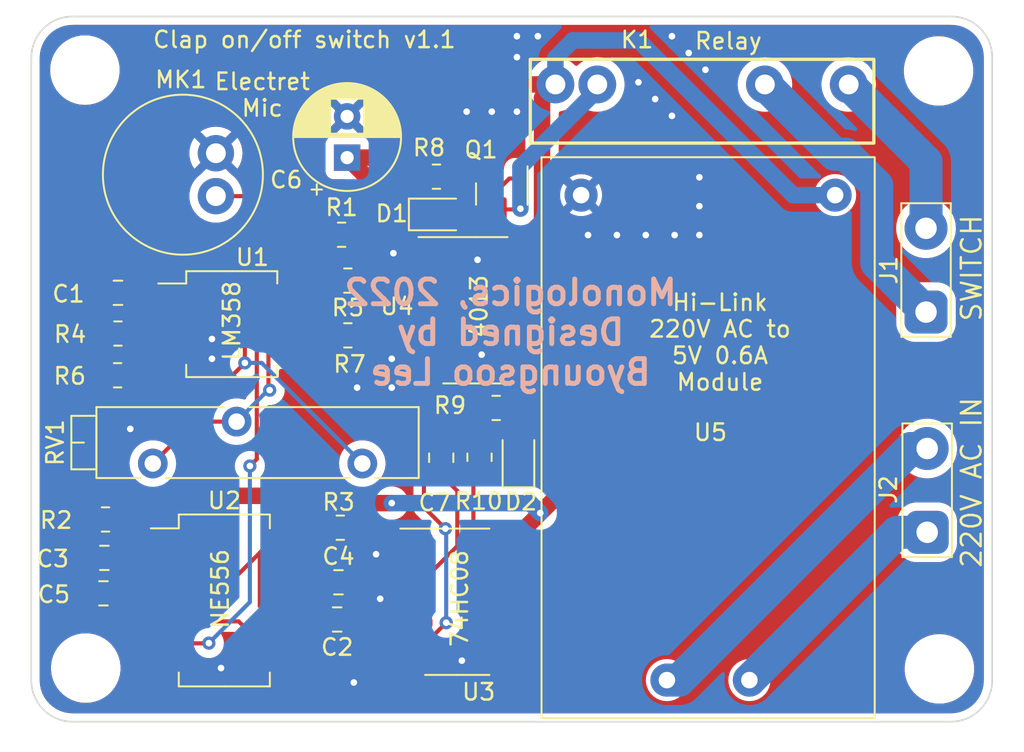
<source format=kicad_pcb>
(kicad_pcb (version 20211014) (generator pcbnew)
  (title_block (title "Clap clap on/off switch") (date "2022-05-24") (rev "1.1") (company "Monologics, 2022") (comment 1 "Designed by Byoungsoo Lee"))
  (layers (0 "F.Cu" signal) (31 "B.Cu" signal) (34 "B.Paste" user) (35 "F.Paste" user) (36 "B.SilkS" user "B.Silkscreen") (37 "F.SilkS" user "F.Silkscreen") (38 "B.Mask" user) (39 "F.Mask" user) (44 "Edge.Cuts" user))
  (net 0 "")
  (net 1 "Net-(C1-Pad1)")
  (net 2 "VCC")
  (net 3 "GND")
  (net 4 "Net-(D1-Pad2)")
  (net 5 "Net-(J2-Pad1)")
  (net 6 "Net-(J2-Pad2)")
  (net 7 "Net-(C2-Pad2)")
  (net 8 "Net-(Q1-Pad1)")
  (net 9 "Net-(RV1-Pad2)")
  (net 10 "Net-(C1-Pad2)")
  (net 11 "Net-(C3-Pad2)")
  (net 12 "Net-(C4-Pad2)")
  (net 13 "Net-(C5-Pad2)")
  (net 14 "Net-(J1-Pad1)")
  (net 15 "Net-(J1-Pad2)")
  (net 16 "Net-(C7-Pad2)")
  (net 17 "Net-(R6-Pad1)")
  (net 18 "Net-(R8-Pad1)")
  (net 19 "Net-(U1-Pad7)")
  (net 20 "Pulse")
  (net 21 "Window")
  (net 22 "Net-(U4-Pad2)")
  (net 23 "Net-(C7-Pad1)")
  (net 24 "Net-(D2-Pad2)")
  (net 25 "Net-(U2-Pad8)")
  (net 26 "Net-(R5-Pad2)")
  (net 27 "Net-(U3-Pad6)")
  (footprint "TestPoint:TestPoint_2Pads_Pitch5.08mm_Drill1.3mm" (layer "F.Cu") (at 195.56 106.02 90)
    (fp_text reference "J2" (at 2.59 -2.35 90) (layer "F.SilkS"))
    (fp_text value "220V AC IN")
    (pad "1" thru_hole roundrect (at 0 0 90) (size 2.6 2.6) (drill 1.3) (layers *.Cu *.Mask) (net 5 "Net-(J2-Pad1)"))
    (pad "2" thru_hole circle (at 5.08 0 90) (size 2.6 2.6) (drill 1.3) (layers *.Cu *.Mask) (net 6 "Net-(J2-Pad2)"))
  )
  (footprint "MountingHole:MountingHole_3.2mm_M3" (layer "F.Cu") (at 196.3 114.3)
    (fp_text reference "H4" (at 0 0.05) (layer "F.SilkS"))
    (fp_text value "MountingHole")
    (pad "" np_thru_hole circle (at 0 0) (size 3.2 3.2) (drill 3.2) (layers *.Cu *.Mask))
  )
  (footprint "Resistor_SMD:R_0805_2012Metric_Pad1.20x1.40mm_HandSolder" (layer "F.Cu") (at 146.5 93.97 180)
    (fp_text reference "R4" (at 2.9 -0.05 180) (layer "F.SilkS"))
    (fp_text value "100k")
    (pad "1" smd roundrect (at -1 0 180) (size 1.2 1.4) (layers "F.Cu" "F.Paste" "F.Mask") (roundrect_rratio 0.208333) (net 10 "Net-(C1-Pad2)"))
    (pad "2" smd roundrect (at 1 0 180) (size 1.2 1.4) (layers "F.Cu" "F.Paste" "F.Mask") (roundrect_rratio 0.208333) (net 3 "GND"))
  )
  (footprint "Capacitor_SMD:C_0805_2012Metric_Pad1.18x1.45mm_HandSolder" (layer "F.Cu") (at 146.5 91.5)
    (fp_text reference "C1" (at -3 0.07) (layer "F.SilkS"))
    (fp_text value "0.1uF")
    (pad "1" smd roundrect (at -1.0375 0) (size 1.175 1.45) (layers "F.Cu" "F.Paste" "F.Mask") (roundrect_rratio 0.212766) (net 1 "Net-(C1-Pad1)"))
    (pad "2" smd roundrect (at 1.0375 0) (size 1.175 1.45) (layers "F.Cu" "F.Paste" "F.Mask") (roundrect_rratio 0.212766) (net 10 "Net-(C1-Pad2)"))
  )
  (footprint "alib:AC-DC Hi Link" (layer "F.Cu") (at 182.28 100.28 90)
    (fp_text reference "U5" (at 0.314 0.14 unlocked) (layer "F.SilkS"))
    (fp_text value "5V AC-DC Converter")
    (pad "1" thru_hole circle (at -14.7 -2.5 90) (size 2 2) (drill 1) (layers *.Cu *.Mask) (net 6 "Net-(J2-Pad2)"))
    (pad "2" thru_hole circle (at -14.7 2.5 90) (size 2 2) (drill 1) (layers *.Cu *.Mask) (net 5 "Net-(J2-Pad1)"))
    (pad "3" thru_hole circle (at 14.7 -7.7 90) (size 2 2) (drill 1) (layers *.Cu *.Mask) (net 3 "GND"))
    (pad "4" thru_hole circle (at 14.7 7.7 90) (size 2 2) (drill 1) (layers *.Cu *.Mask) (net 2 "VCC"))
  )
  (footprint "Resistor_SMD:R_0805_2012Metric_Pad1.20x1.40mm_HandSolder" (layer "F.Cu") (at 168.42 101.47 -90)
    (fp_text reference "R10" (at 2.66 0.05 180) (layer "F.SilkS"))
    (fp_text value "3k")
    (pad "1" smd roundrect (at -1 0 270) (size 1.2 1.4) (layers "F.Cu" "F.Paste" "F.Mask") (roundrect_rratio 0.208333) (net 23 "Net-(C7-Pad1)"))
    (pad "2" smd roundrect (at 1 0 270) (size 1.2 1.4) (layers "F.Cu" "F.Paste" "F.Mask") (roundrect_rratio 0.208333) (net 24 "Net-(D2-Pad2)"))
  )
  (footprint "TestPoint:TestPoint_2Pads_Pitch5.08mm_Drill1.3mm" (layer "F.Cu") (at 195.49 92.67 90)
    (fp_text reference "J1" (at 2.54 -2.25 90) (layer "F.SilkS"))
    (fp_text value "SWITCH")
    (pad "1" thru_hole roundrect (at 0 0 90) (size 2.6 2.6) (drill 1.3) (layers *.Cu *.Mask) (net 14 "Net-(J1-Pad1)"))
    (pad "2" thru_hole circle (at 5.08 0 90) (size 2.6 2.6) (drill 1.3) (layers *.Cu *.Mask) (net 15 "Net-(J1-Pad2)"))
  )
  (footprint "Package_SO:SO-14_5.3x10.2mm_P1.27mm" (layer "F.Cu") (at 152.95 110.15)
    (fp_text reference "U2" (at 0 -6.05) (layer "F.SilkS"))
    (fp_text value "NE556" (at -0.25 -0.7 270) (layer "F.SilkS"))
    (pad "1" smd roundrect (at -3.4625 -3.81) (size 1.975 0.6) (layers "F.Cu" "F.Paste" "F.Mask") (net 11 "Net-(C3-Pad2)"))
    (pad "2" smd roundrect (at -3.4625 -2.54) (size 1.975 0.6) (layers "F.Cu" "F.Paste" "F.Mask") (net 11 "Net-(C3-Pad2)"))
    (pad "3" smd roundrect (at -3.4625 -1.27) (size 1.975 0.6) (layers "F.Cu" "F.Paste" "F.Mask") (net 13 "Net-(C5-Pad2)"))
    (pad "4" smd roundrect (at -3.4625 0) (size 1.975 0.6) (layers "F.Cu" "F.Paste" "F.Mask") (net 2 "VCC"))
    (pad "5" smd roundrect (at -3.4625 1.27) (size 1.975 0.6) (layers "F.Cu" "F.Paste" "F.Mask") (net 20 "Pulse"))
    (pad "6" smd roundrect (at -3.4625 2.54) (size 1.975 0.6) (layers "F.Cu" "F.Paste" "F.Mask") (net 19 "Net-(U1-Pad7)"))
    (pad "7" smd roundrect (at -3.4625 3.81) (size 1.975 0.6) (layers "F.Cu" "F.Paste" "F.Mask") (net 3 "GND"))
    (pad "8" smd roundrect (at 3.4625 3.81) (size 1.975 0.6) (layers "F.Cu" "F.Paste" "F.Mask") (net 25 "Net-(U2-Pad8)"))
    (pad "9" smd roundrect (at 3.4625 2.54) (size 1.975 0.6) (layers "F.Cu" "F.Paste" "F.Mask") (net 21 "Window"))
    (pad "10" smd roundrect (at 3.4625 1.27) (size 1.975 0.6) (layers "F.Cu" "F.Paste" "F.Mask") (net 2 "VCC"))
    (pad "11" smd roundrect (at 3.4625 0) (size 1.975 0.6) (layers "F.Cu" "F.Paste" "F.Mask") (net 7 "Net-(C2-Pad2)"))
    (pad "12" smd roundrect (at 3.4625 -1.27) (size 1.975 0.6) (layers "F.Cu" "F.Paste" "F.Mask") (net 12 "Net-(C4-Pad2)"))
    (pad "13" smd roundrect (at 3.4625 -2.54) (size 1.975 0.6) (layers "F.Cu" "F.Paste" "F.Mask") (net 12 "Net-(C4-Pad2)"))
    (pad "14" smd roundrect (at 3.4625 -3.81) (size 1.975 0.6) (layers "F.Cu" "F.Paste" "F.Mask") (net 2 "VCC"))
  )
  (footprint "MountingHole:MountingHole_3.2mm_M3" (layer "F.Cu") (at 196.25 78.05)
    (fp_text reference "H3" (at 0 0.05) (layer "F.SilkS"))
    (fp_text value "MountingHole")
    (pad "" np_thru_hole circle (at 0 0) (size 3.2 3.2) (drill 3.2) (layers *.Cu *.Mask))
  )
  (footprint "Resistor_SMD:R_0805_2012Metric_Pad1.20x1.40mm_HandSolder" (layer "F.Cu") (at 160.44 94.08)
    (fp_text reference "R7" (at 0.1 1.75) (layer "F.SilkS"))
    (fp_text value "3k")
    (pad "1" smd roundrect (at -1 0) (size 1.2 1.4) (layers "F.Cu" "F.Paste" "F.Mask") (roundrect_rratio 0.208333) (net 26 "Net-(R5-Pad2)"))
    (pad "2" smd roundrect (at 1 0) (size 1.2 1.4) (layers "F.Cu" "F.Paste" "F.Mask") (roundrect_rratio 0.208333) (net 3 "GND"))
  )
  (footprint "Capacitor_THT:CP_Radial_D6.3mm_P2.50mm" (layer "F.Cu") (at 160.394 83.306 90)
    (fp_text reference "C6" (at -1.346 -3.692 180) (layer "F.SilkS"))
    (fp_text value "100uF/25V")
    (pad "1" thru_hole rect (at 0 0 90) (size 1.6 1.6) (drill 0.8) (layers *.Cu *.Mask) (net 2 "VCC"))
    (pad "2" thru_hole circle (at 2.5 0 90) (size 1.6 1.6) (drill 0.8) (layers *.Cu *.Mask) (net 3 "GND"))
  )
  (footprint "alib:Electret Microphone FQ-003" (layer "F.Cu") (at 150.44 84.34 180)
    (fp_text reference "MK1" (at 0.13 5.764 unlocked) (layer "F.SilkS"))
    (fp_text value "Electret Mic")
    (pad "1" thru_hole circle (at -2 1.3 180) (size 2.2 2.2) (drill 1.2) (layers *.Cu *.Mask) (net 3 "GND"))
    (pad "2" thru_hole circle (at -2 -1.3 180) (size 2.2 2.2) (drill 1.2) (layers *.Cu *.Mask) (net 1 "Net-(C1-Pad1)"))
  )
  (footprint "Package_SO:SOIC-14_3.9x8.7mm_P1.27mm" (layer "F.Cu") (at 167.07 110.23)
    (fp_text reference "U3" (at 1.3 5.47) (layer "F.SilkS"))
    (fp_text value "74HC08" (at 0.14 -0.2 270) (layer "F.SilkS"))
    (pad "1" smd roundrect (at -2.475 -3.81) (size 1.95 0.6) (layers "F.Cu" "F.Paste" "F.Mask") (net 20 "Pulse"))
    (pad "2" smd roundrect (at -2.475 -2.54) (size 1.95 0.6) (layers "F.Cu" "F.Paste" "F.Mask") (net 20 "Pulse"))
    (pad "3" smd roundrect (at -2.475 -1.27) (size 1.95 0.6) (layers "F.Cu" "F.Paste" "F.Mask") (net 16 "Net-(C7-Pad2)"))
    (pad "4" smd roundrect (at -2.475 0) (size 1.95 0.6) (layers "F.Cu" "F.Paste" "F.Mask") (net 20 "Pulse"))
    (pad "5" smd roundrect (at -2.475 1.27) (size 1.95 0.6) (layers "F.Cu" "F.Paste" "F.Mask") (net 21 "Window"))
    (pad "6" smd roundrect (at -2.475 2.54) (size 1.95 0.6) (layers "F.Cu" "F.Paste" "F.Mask") (net 27 "Net-(U3-Pad6)"))
    (pad "7" smd roundrect (at -2.475 3.81) (size 1.95 0.6) (layers "F.Cu" "F.Paste" "F.Mask") (net 3 "GND"))
    (pad "8" smd roundrect (at 2.475 3.81) (size 1.95 0.6) (layers "F.Cu" "F.Paste" "F.Mask"))
    (pad "9" smd roundrect (at 2.475 2.54) (size 1.95 0.6) (layers "F.Cu" "F.Paste" "F.Mask"))
    (pad "10" smd roundrect (at 2.475 1.27) (size 1.95 0.6) (layers "F.Cu" "F.Paste" "F.Mask"))
    (pad "11" smd roundrect (at 2.475 0) (size 1.95 0.6) (layers "F.Cu" "F.Paste" "F.Mask") (net 25 "Net-(U2-Pad8)"))
    (pad "12" smd roundrect (at 2.475 -1.27) (size 1.95 0.6) (layers "F.Cu" "F.Paste" "F.Mask") (net 24 "Net-(D2-Pad2)"))
    (pad "13" smd roundrect (at 2.475 -2.54) (size 1.95 0.6) (layers "F.Cu" "F.Paste" "F.Mask") (net 24 "Net-(D2-Pad2)"))
    (pad "14" smd roundrect (at 2.475 -3.81) (size 1.95 0.6) (layers "F.Cu" "F.Paste" "F.Mask") (net 2 "VCC"))
  )
  (footprint "Diode_SMD:D_0805_2012Metric_Pad1.15x1.40mm_HandSolder" (layer "F.Cu") (at 170.78 101.43 90)
    (fp_text reference "D2" (at -2.74 0.15 180) (layer "F.SilkS"))
    (fp_text value "1N914")
    (pad "1" smd roundrect (at -1.025 0 90) (size 1.15 1.4) (layers "F.Cu" "F.Paste" "F.Mask") (roundrect_rratio 0.217391) (net 2 "VCC"))
    (pad "2" smd roundrect (at 1.025 0 90) (size 1.15 1.4) (layers "F.Cu" "F.Paste" "F.Mask") (roundrect_rratio 0.217391) (net 24 "Net-(D2-Pad2)"))
  )
  (footprint "Capacitor_SMD:C_0805_2012Metric_Pad1.18x1.45mm_HandSolder" (layer "F.Cu") (at 145.62 109.72)
    (fp_text reference "C5" (at -3 0.07) (layer "F.SilkS"))
    (fp_text value "0.01uF")
    (pad "1" smd roundrect (at -1.0375 0) (size 1.175 1.45) (layers "F.Cu" "F.Paste" "F.Mask") (roundrect_rratio 0.212766) (net 3 "GND"))
    (pad "2" smd roundrect (at 1.0375 0) (size 1.175 1.45) (layers "F.Cu" "F.Paste" "F.Mask") (roundrect_rratio 0.212766) (net 13 "Net-(C5-Pad2)"))
  )
  (footprint "MountingHole:MountingHole_3.2mm_M3" (layer "F.Cu") (at 144.5 78)
    (fp_text reference "H1" (at 0 0.05) (layer "F.SilkS"))
    (fp_text value "MountingHole")
    (pad "" np_thru_hole circle (at 0 0) (size 3.2 3.2) (drill 3.2) (layers *.Cu *.Mask))
  )
  (footprint "Capacitor_SMD:C_0805_2012Metric_Pad1.18x1.45mm_HandSolder" (layer "F.Cu") (at 166.1 101.5 -90)
    (fp_text reference "C7" (at 2.72 0.4 180) (layer "F.SilkS"))
    (fp_text value "0.047uF")
    (pad "1" smd roundrect (at -1.0375 0 270) (size 1.175 1.45) (layers "F.Cu" "F.Paste" "F.Mask") (roundrect_rratio 0.212766) (net 23 "Net-(C7-Pad1)"))
    (pad "2" smd roundrect (at 1.0375 0 270) (size 1.175 1.45) (layers "F.Cu" "F.Paste" "F.Mask") (roundrect_rratio 0.212766) (net 16 "Net-(C7-Pad2)"))
  )
  (footprint "Resistor_SMD:R_0805_2012Metric_Pad1.20x1.40mm_HandSolder" (layer "F.Cu") (at 165.81 84.46)
    (fp_text reference "R8" (at -0.45 -1.75) (layer "F.SilkS"))
    (fp_text value "2k")
    (pad "1" smd roundrect (at -1 0) (size 1.2 1.4) (layers "F.Cu" "F.Paste" "F.Mask") (roundrect_rratio 0.208333) (net 18 "Net-(R8-Pad1)"))
    (pad "2" smd roundrect (at 1 0) (size 1.2 1.4) (layers "F.Cu" "F.Paste" "F.Mask") (roundrect_rratio 0.208333) (net 8 "Net-(Q1-Pad1)"))
  )
  (footprint "Capacitor_SMD:C_0805_2012Metric_Pad1.18x1.45mm_HandSolder" (layer "F.Cu") (at 145.68 107.57)
    (fp_text reference "C3" (at -3.13 0.055) (layer "F.SilkS"))
    (fp_text value "0.1uF")
    (pad "1" smd roundrect (at -1.0375 0) (size 1.175 1.45) (layers "F.Cu" "F.Paste" "F.Mask") (roundrect_rratio 0.212766) (net 3 "GND"))
    (pad "2" smd roundrect (at 1.0375 0) (size 1.175 1.45) (layers "F.Cu" "F.Paste" "F.Mask") (roundrect_rratio 0.212766) (net 11 "Net-(C3-Pad2)"))
  )
  (footprint "Diode_SMD:D_0805_2012Metric_Pad1.15x1.40mm_HandSolder" (layer "F.Cu") (at 166 86.75)
    (fp_text reference "D1" (at -2.9 -0.05) (layer "F.SilkS"))
    (fp_text value "1N914")
    (pad "1" smd roundrect (at -1.025 0) (size 1.15 1.4) (layers "F.Cu" "F.Paste" "F.Mask") (roundrect_rratio 0.217391) (net 2 "VCC"))
    (pad "2" smd roundrect (at 1.025 0) (size 1.15 1.4) (layers "F.Cu" "F.Paste" "F.Mask") (roundrect_rratio 0.217391) (net 4 "Net-(D1-Pad2)"))
  )
  (footprint "Package_TO_SOT_SMD:SOT-23" (layer "F.Cu") (at 169.77 85.51 -90)
    (fp_text reference "Q1" (at -2.68 1.26 180) (layer "F.SilkS"))
    (fp_text value "MMBT2222A")
    (pad "1" smd roundrect (at -0.9375 -0.95 270) (size 1.475 0.6) (layers "F.Cu" "F.Paste" "F.Mask") (net 8 "Net-(Q1-Pad1)"))
    (pad "2" smd roundrect (at -0.9375 0.95 270) (size 1.475 0.6) (layers "F.Cu" "F.Paste" "F.Mask") (net 3 "GND"))
    (pad "3" smd roundrect (at 0.9375 0 270) (size 1.475 0.6) (layers "F.Cu" "F.Paste" "F.Mask") (net 4 "Net-(D1-Pad2)"))
  )
  (footprint "Resistor_SMD:R_0805_2012Metric_Pad1.20x1.40mm_HandSolder" (layer "F.Cu") (at 159.98 105.74 180)
    (fp_text reference "R3" (at 0.1 1.55 180) (layer "F.SilkS"))
    (fp_text value "820k")
    (pad "1" smd roundrect (at -1 0 180) (size 1.2 1.4) (layers "F.Cu" "F.Paste" "F.Mask") (roundrect_rratio 0.208333) (net 2 "VCC"))
    (pad "2" smd roundrect (at 1 0 180) (size 1.2 1.4) (layers "F.Cu" "F.Paste" "F.Mask") (roundrect_rratio 0.208333) (net 12 "Net-(C4-Pad2)"))
  )
  (footprint "Package_SO:SO-8_5.3x6.2mm_P1.27mm" (layer "F.Cu") (at 153.4 93.4)
    (fp_text reference "U1" (at 1.25 -4.05) (layer "F.SilkS"))
    (fp_text value "LM358" (at 0 -0.2 270) (layer "F.SilkS"))
    (pad "1" smd roundrect (at -3.5 -1.905) (size 1.9 0.6) (layers "F.Cu" "F.Paste" "F.Mask") (net 9 "Net-(RV1-Pad2)"))
    (pad "2" smd roundrect (at -3.5 -0.635) (size 1.9 0.6) (layers "F.Cu" "F.Paste" "F.Mask") (net 17 "Net-(R6-Pad1)"))
    (pad "3" smd roundrect (at -3.5 0.635) (size 1.9 0.6) (layers "F.Cu" "F.Paste" "F.Mask") (net 10 "Net-(C1-Pad2)"))
    (pad "4" smd roundrect (at -3.5 1.905) (size 1.9 0.6) (layers "F.Cu" "F.Paste" "F.Mask") (net 3 "GND"))
    (pad "5" smd roundrect (at 3.5 1.905) (size 1.9 0.6) (layers "F.Cu" "F.Paste" "F.Mask") (net 26 "Net-(R5-Pad2)"))
    (pad "6" smd roundrect (at 3.5 0.635) (size 1.9 0.6) (layers "F.Cu" "F.Paste" "F.Mask") (net 9 "Net-(RV1-Pad2)"))
    (pad "7" smd roundrect (at 3.5 -0.635) (size 1.9 0.6) (layers "F.Cu" "F.Paste" "F.Mask") (net 19 "Net-(U1-Pad7)"))
    (pad "8" smd roundrect (at 3.5 -1.905) (size 1.9 0.6) (layers "F.Cu" "F.Paste" "F.Mask") (net 2 "VCC"))
  )
  (footprint "Resistor_SMD:R_0805_2012Metric_Pad1.20x1.40mm_HandSolder" (layer "F.Cu") (at 160.06 87.98 180)
    (fp_text reference "R1" (at 0 1.65 180) (layer "F.SilkS"))
    (fp_text value "10k")
    (pad "1" smd roundrect (at -1 0 180) (size 1.2 1.4) (layers "F.Cu" "F.Paste" "F.Mask") (roundrect_rratio 0.208333) (net 2 "VCC"))
    (pad "2" smd roundrect (at 1 0 180) (size 1.2 1.4) (layers "F.Cu" "F.Paste" "F.Mask") (roundrect_rratio 0.208333) (net 1 "Net-(C1-Pad1)"))
  )
  (footprint "Package_SO:SOIC-14_3.9x8.7mm_P1.27mm" (layer "F.Cu") (at 168.17 92.56)
    (fp_text reference "U4" (at -4.75 -0.23) (layer "F.SilkS"))
    (fp_text value "4013" (at 0.22 -0.23 270) (layer "F.SilkS"))
    (pad "1" smd roundrect (at -2.475 -3.81) (size 1.95 0.6) (layers "F.Cu" "F.Paste" "F.Mask") (net 18 "Net-(R8-Pad1)"))
    (pad "2" smd roundrect (at -2.475 -2.54) (size 1.95 0.6) (layers "F.Cu" "F.Paste" "F.Mask") (net 22 "Net-(U4-Pad2)"))
    (pad "3" smd roundrect (at -2.475 -1.27) (size 1.95 0.6) (layers "F.Cu" "F.Paste" "F.Mask") (net 27 "Net-(U3-Pad6)"))
    (pad "4" smd roundrect (at -2.475 0) (size 1.95 0.6) (layers "F.Cu" "F.Paste" "F.Mask") (net 3 "GND"))
    (pad "5" smd roundrect (at -2.475 1.27) (size 1.95 0.6) (layers "F.Cu" "F.Paste" "F.Mask") (net 22 "Net-(U4-Pad2)"))
    (pad "6" smd roundrect (at -2.475 2.54) (size 1.95 0.6) (layers "F.Cu" "F.Paste" "F.Mask") (net 3 "GND"))
    (pad "7" smd roundrect (at -2.475 3.81) (size 1.95 0.6) (layers "F.Cu" "F.Paste" "F.Mask") (net 3 "GND"))
    (pad "8" smd roundrect (at 2.475 3.81) (size 1.95 0.6) (layers "F.Cu" "F.Paste" "F.Mask"))
    (pad "9" smd roundrect (at 2.475 2.54) (size 1.95 0.6) (layers "F.Cu" "F.Paste" "F.Mask"))
    (pad "10" smd roundrect (at 2.475 1.27) (size 1.95 0.6) (layers "F.Cu" "F.Paste" "F.Mask"))
    (pad "11" smd roundrect (at 2.475 0) (size 1.95 0.6) (layers "F.Cu" "F.Paste" "F.Mask"))
    (pad "12" smd roundrect (at 2.475 -1.27) (size 1.95 0.6) (layers "F.Cu" "F.Paste" "F.Mask"))
    (pad "13" smd roundrect (at 2.475 -2.54) (size 1.95 0.6) (layers "F.Cu" "F.Paste" "F.Mask"))
    (pad "14" smd roundrect (at 2.475 -3.81) (size 1.95 0.6) (layers "F.Cu" "F.Paste" "F.Mask") (net 2 "VCC"))
  )
  (footprint "Resistor_SMD:R_0805_2012Metric_Pad1.20x1.40mm_HandSolder" (layer "F.Cu") (at 146.48 96.5 180)
    (fp_text reference "R6" (at 2.9 -0.05 180) (layer "F.SilkS"))
    (fp_text value "1k")
    (pad "1" smd roundrect (at -1 0 180) (size 1.2 1.4) (layers "F.Cu" "F.Paste" "F.Mask") (roundrect_rratio 0.208333) (net 17 "Net-(R6-Pad1)"))
    (pad "2" smd roundrect (at 1 0 180) (size 1.2 1.4) (layers "F.Cu" "F.Paste" "F.Mask") (roundrect_rratio 0.208333) (net 3 "GND"))
  )
  (footprint "Capacitor_SMD:C_0805_2012Metric_Pad1.18x1.45mm_HandSolder" (layer "F.Cu") (at 159.87 109.05 180)
    (fp_text reference "C4" (at 0 1.57) (layer "F.SilkS"))
    (fp_text value "0.47uF")
    (pad "1" smd roundrect (at -1.0375 0 180) (size 1.175 1.45) (layers "F.Cu" "F.Paste" "F.Mask") (roundrect_rratio 0.212766) (net 3 "GND"))
    (pad "2" smd roundrect (at 1.0375 0 180) (size 1.175 1.45) (layers "F.Cu" "F.Paste" "F.Mask") (roundrect_rratio 0.212766) (net 12 "Net-(C4-Pad2)"))
  )
  (footprint "Resistor_SMD:R_0805_2012Metric_Pad1.20x1.40mm_HandSolder" (layer "F.Cu") (at 145.75 105.24)
    (fp_text reference "R2" (at -3 0.05) (layer "F.SilkS"))
    (fp_text value "470k")
    (pad "1" smd roundrect (at -1 0) (size 1.2 1.4) (layers "F.Cu" "F.Paste" "F.Mask") (roundrect_rratio 0.208333) (net 2 "VCC"))
    (pad "2" smd roundrect (at 1 0) (size 1.2 1.4) (layers "F.Cu" "F.Paste" "F.Mask") (roundrect_rratio 0.208333) (net 11 "Net-(C3-Pad2)"))
  )
  (footprint "alib:Relay_Omron" (layer "F.Cu") (at 173.022 78.87)
    (fp_text reference "K1" (at 4.946 -2.712 unlocked) (layer "F.SilkS"))
    (fp_text value "relay_spst")
    (pad "1" thru_hole circle (at 0 0) (size 2.286 2.286) (drill 1.2) (layers *.Cu *.Mask) (net 2 "VCC"))
    (pad "2" thru_hole circle (at 2.54 0) (size 2.286 2.286) (drill 1.2) (layers *.Cu *.Mask) (net 4 "Net-(D1-Pad2)"))
    (pad "3" thru_hole circle (at 12.7 0) (size 2.286 2.286) (drill 1.2) (layers *.Cu *.Mask) (net 14 "Net-(J1-Pad1)"))
    (pad "4" thru_hole circle (at 17.78 0) (size 2.286 2.286) (drill 1.2) (layers *.Cu *.Mask) (net 15 "Net-(J1-Pad2)"))
  )
  (footprint "Resistor_SMD:R_0805_2012Metric_Pad1.20x1.40mm_HandSolder" (layer "F.Cu") (at 169.43 98.48)
    (fp_text reference "R9" (at -2.8 -0.15) (layer "F.SilkS"))
    (fp_text value "100k")
    (pad "1" smd roundrect (at -1 0) (size 1.2 1.4) (layers "F.Cu" "F.Paste" "F.Mask") (roundrect_rratio 0.208333) (net 23 "Net-(C7-Pad1)"))
    (pad "2" smd roundrect (at 1 0) (size 1.2 1.4) (layers "F.Cu" "F.Paste" "F.Mask") (roundrect_rratio 0.208333) (net 2 "VCC"))
  )
  (footprint "Capacitor_SMD:C_0805_2012Metric_Pad1.18x1.45mm_HandSolder" (layer "F.Cu") (at 159.79 111.304759 180)
    (fp_text reference "C2" (at 0 -1.68) (layer "F.SilkS"))
    (fp_text value "0.01uF")
    (pad "1" smd roundrect (at -1.0375 0 180) (size 1.175 1.45) (layers "F.Cu" "F.Paste" "F.Mask") (roundrect_rratio 0.212766) (net 3 "GND"))
    (pad "2" smd roundrect (at 1.0375 0 180) (size 1.175 1.45) (layers "F.Cu" "F.Paste" "F.Mask") (roundrect_rratio 0.212766) (net 7 "Net-(C2-Pad2)"))
  )
  (footprint "MountingHole:MountingHole_3.2mm_M3" (layer "F.Cu") (at 144.55 114.25)
    (fp_text reference "H2" (at 0 0.05) (layer "F.SilkS"))
    (fp_text value "MountingHole")
    (pad "" np_thru_hole circle (at 0 0) (size 3.2 3.2) (drill 3.2) (layers *.Cu *.Mask))
  )
  (footprint "Resistor_SMD:R_0805_2012Metric_Pad1.20x1.40mm_HandSolder" (layer "F.Cu") (at 160.44 90.76 180)
    (fp_text reference "R5" (at 0 -1.65 180) (layer "F.SilkS"))
    (fp_text value "7k")
    (pad "1" smd roundrect (at -1 0 180) (size 1.2 1.4) (layers "F.Cu" "F.Paste" "F.Mask") (roundrect_rratio 0.208333) (net 2 "VCC"))
    (pad "2" smd roundrect (at 1 0 180) (size 1.2 1.4) (layers "F.Cu" "F.Paste" "F.Mask") (roundrect_rratio 0.208333) (net 26 "Net-(R5-Pad2)"))
  )
  (footprint "Potentiometer_THT:Potentiometer_Bourns_3005_Horizontal" (layer "F.Cu") (at 161.315 101.85)
    (fp_text reference "RV1" (at -18.615 -1.265 90) (layer "F.SilkS"))
    (fp_text value "100k")
    (pad "1" thru_hole circle (at 0 0) (size 1.8 1.8) (drill 1) (layers *.Cu *.Mask) (net 17 "Net-(R6-Pad1)"))
    (pad "2" thru_hole circle (at -7.62 -2.54) (size 1.8 1.8) (drill 1) (layers *.Cu *.Mask) (net 9 "Net-(RV1-Pad2)"))
    (pad "3" thru_hole circle (at -12.7 0) (size 1.8 1.8) (drill 1) (layers *.Cu *.Mask) (net 9 "Net-(RV1-Pad2)"))
  )
  (gr_arc (start 141.25 77.25) (mid 141.982233 75.482233) (end 143.75 74.75) (layer "Edge.Cuts") (width 0.1))
  (gr_arc (start 197 74.75) (mid 198.776344 75.473656) (end 199.5 77.25) (layer "Edge.Cuts") (width 0.1))
  (gr_line (start 197 117.5) (end 143.75 117.5) (layer "Edge.Cuts") (width 0.1))
  (gr_arc (start 143.75 117.5) (mid 141.982233 116.767767) (end 141.25 115) (layer "Edge.Cuts") (width 0.1))
  (gr_line (start 199.5 77.25) (end 199.5 115) (layer "Edge.Cuts") (width 0.1))
  (gr_arc (start 199.5 115) (mid 198.767767 116.767767) (end 197 117.5) (layer "Edge.Cuts") (width 0.1))
  (gr_line (start 143.75 74.75) (end 197 74.75) (layer "Edge.Cuts") (width 0.1))
  (gr_line (start 141.25 115) (end 141.25 77.25) (layer "Edge.Cuts") (width 0.1))
  (gr_text "Monologics, 2022\nDesigned by\nByoungsoo Lee" (at 170.3 93.9) (layer "B.SilkS") (effects (font (size 1.5 1.5) (thickness 0.3)) (justify mirror)))
  (gr_text "Hi-Link\n220V AC to\n5V 0.6A\nModule" (at 183 94.5) (layer "F.SilkS") (effects (font (size 1 1))))
  (gr_text "Electret\nMic" (at 155.25 79.5) (layer "F.SilkS") (effects (font (size 1 1))))
  (gr_text "Clap on/off switch v1.1" (at 157.8 76.15) (layer "F.SilkS") (effects (font (size 1 1))))
  (gr_text "220V AC IN" (at 198.25 103 90) (layer "F.SilkS") (effects (font (size 1.2 1.2))))
  (gr_text "Relay" (at 183.504 76.238) (layer "F.SilkS") (effects (font (size 1 1))))
  (gr_text "SWITCH" (at 198.25 90 90) (layer "F.SilkS") (effects (font (size 1.2 1.2))))
  (segment (start 157.0025 90) (end 159.0225 87.98) (width 0.25) (layer "F.Cu") (net 1))
  (segment (start 156.6825 85.64) (end 152.44 85.64) (width 0.25) (layer "F.Cu") (net 1))
  (segment (start 145.4625 91.5) (end 146.9625 90) (width 0.25) (layer "F.Cu") (net 1))
  (segment (start 159.0225 87.98) (end 156.6825 85.64) (width 0.25) (layer "F.Cu") (net 1))
  (segment (start 146.9625 90) (end 157.0025 90) (width 0.25) (layer "F.Cu") (net 1))
  (segment (start 170.78 102.455) (end 173.195 102.455) (width 0.25) (layer "F.Cu") (net 2))
  (segment (start 160.98 104.62) (end 161.35 104.25) (width 0.25) (layer "F.Cu") (net 2))
  (segment (start 160.28223 89.408) (end 161.06 88.63023) (width 0.5) (layer "F.Cu") (net 2))
  (segment (start 155.181964 107.181964) (end 156.023928 106.34) (width 0.25) (layer "F.Cu") (net 2))
  (segment (start 155.10048 110.496552) (end 155.10048 107.263448) (width 0.25) (layer "F.Cu") (net 2))
  (segment (start 160.45 104.25) (end 161.35 104.25) (width 1) (layer "F.Cu") (net 2))
  (segment (start 160.98 105.74) (end 160.98 104.62) (width 0.25) (layer "F.Cu") (net 2))
  (segment (start 149.65 110.15) (end 149.75 110.25) (width 0.25) (layer "F.Cu") (net 2))
  (segment (start 156.4125 106.114676) (end 156.3075 106.009676) (width 1) (layer "F.Cu") (net 2))
  (segment (start 156.9 91.495) (end 156.9 91.004) (width 0.5) (layer "F.Cu") (net 2))
  (segment (start 172.212 79.68) (end 173.022 78.87) (width 1) (layer "F.Cu") (net 2))
  (segment (start 164.975 86.75) (end 162.29 86.75) (width 1) (layer "F.Cu") (net 2))
  (segment (start 156.023928 111.42) (end 155.10048 110.496552) (width 0.25) (layer "F.Cu") (net 2))
  (segment (start 156.023928 106.34) (end 156.4125 106.34) (width 0.25) (layer "F.Cu") (net 2))
  (segment (start 166.63 78.87) (end 173.022 78.87) (width 1) (layer "F.Cu") (net 2))
  (segment (start 161.44 89.34) (end 161.44 90.76) (width 1) (layer "F.Cu") (net 2))
  (segment (start 161.06 87.98) (end 161.06 88.96) (width 1) (layer "F.Cu") (net 2))
  (segment (start 161.06 88.96) (end 161.44 89.34) (width 1) (layer "F.Cu") (net 2))
  (segment (start 144.7125 104.6875) (end 145.5925 103.8075) (width 1) (layer "F.Cu") (net 2))
  (segment (start 156.4125 106.34) (end 156.4125 106.114676) (width 1) (layer "F.Cu") (net 2))
  (segment (start 144.7125 105.24) (end 144.7125 104.6875) (width 1) (layer "F.Cu") (net 2))
  (segment (start 173.195 102.455) (end 173.25 102.4) (width 0.25) (layer "F.Cu") (net 2))
  (segment (start 161.06 88.63023) (end 161.06 87.98) (width 0.5) (layer "F.Cu") (net 2))
  (segment (start 155.10048 107.263448) (end 155.181964 107.181964) (width 0.25) (layer "F.Cu") (net 2))
  (segment (start 160.394 83.306) (end 162.194 83.306) (width 1) (layer "F.Cu") (net 2))
  (segment (start 172.316 88.75) (end 173.25 89.684) (width 1) (layer "F.Cu") (net 2))
  (segment (start 156.4125 111.42) (end 156.023928 111.42) (width 0.25) (layer "F.Cu") (net 2))
  (segment (start 160.0075 103.8075) (end 160.45 104.25) (width 1) (layer "F.Cu") (net 2))
  (segment (start 149.4875 110.15) (end 149.65 110.15) (width 0.25) (layer "F.Cu") (net 2))
  (segment (start 162.194 83.306) (end 166.63 78.87) (width 1) (layer "F.Cu") (net 2))
  (segment (start 158.496 89.408) (end 160.28223 89.408) (width 0.5) (layer "F.Cu") (net 2))
  (segment (start 152.113928 110.25) (end 155.181964 107.181964) (width 0.25) (layer "F.Cu") (net 2))
  (segment (start 145.5925 103.8075) (end 156.3075 103.8075) (width 1) (layer "F.Cu") (net 2))
  (segment (start 172.212 87.183) (end 172.212 79.68) (width 1) (layer "F.Cu") (net 2))
  (segment (start 170.645 88.75) (end 172.316 88.75) (width 1) (layer "F.Cu") (net 2))
  (segment (start 170.5325 106.42) (end 173.25 103.7025) (width 1) (layer "F.Cu") (net 2))
  (segment (start 156.3075 106.009676) (end 156.3075 103.8075) (width 1) (layer "F.Cu") (net 2))
  (segment (start 156.3075 103.8075) (end 160.0075 103.8075) (width 1) (layer "F.Cu") (net 2))
  (segment (start 160.394 83.306) (end 163.838 86.75) (width 1) (layer "F.Cu") (net 2))
  (segment (start 173.25 89.684) (end 173.25 98.35) (width 1) (layer "F.Cu") (net 2))
  (segment (start 161.35 104.25) (end 163.1 104.25) (width 1) (layer "F.Cu") (net 2))
  (segment (start 156.9 91.004) (end 158.496 89.408) (width 0.5) (layer "F.Cu") (net 2))
  (segment (start 163.838 86.75) (end 164.975 86.75) (width 1) (layer "F.Cu") (net 2))
  (segment (start 170.43 98.48) (end 173.12 98.48) (width 0.25) (layer "F.Cu") (net 2))
  (segment (start 173.25 98.35) (end 173.25 102.4) (width 1) (layer "F.Cu") (net 2))
  (segment (start 149.75 110.25) (end 152.113928 110.25) (width 0.25) (layer "F.Cu") (net 2))
  (segment (start 170.645 88.75) (end 172.212 87.183) (width 1) (layer "F.Cu") (net 2))
  (segment (start 173.12 98.48) (end 173.25 98.35) (width 0.25) (layer "F.Cu") (net 2))
  (segment (start 162.29 86.75) (end 161.06 87.98) (width 1) (layer "F.Cu") (net 2))
  (segment (start 173.25 102.4) (end 173.25 103.7025) (width 1) (layer "F.Cu") (net 2))
  (via (at 172.10125 104.85125) (size 0.8) (drill 0.4) (layers "F.Cu" "B.Cu") (net 2))
  (via (at 163.1 104.25) (size 0.8) (drill 0.4) (layers "F.Cu" "B.Cu") (net 2))
  (segment (start 163.1 104.25) (end 171.5 104.25) (width 1) (layer "B.Cu") (net 2))
  (segment (start 187.434 85.58) (end 178.054 76.2) (width 1) (layer "B.Cu") (net 2))
  (segment (start 173.022 77.253554) (end 173.022 78.87) (width 1) (layer "B.Cu") (net 2))
  (segment (start 171.5 104.25) (end 172.10125 104.85125) (width 1) (layer "B.Cu") (net 2))
  (segment (start 174.075554 76.2) (end 173.022 77.253554) (width 1) (layer "B.Cu") (net 2))
  (segment (start 178.054 76.2) (end 174.075554 76.2) (width 1) (layer "B.Cu") (net 2))
  (segment (start 189.98 85.58) (end 187.434 85.58) (width 1) (layer "B.Cu") (net 2))
  (segment (start 166.52 95.1) (end 165.695 95.1) (width 0.25) (layer "F.Cu") (net 3))
  (segment (start 166.474 92.56) (end 166.99452 93.08052) (width 0.25) (layer "F.Cu") (net 3))
  (segment (start 166.99452 93.08052) (end 166.99452 94.62548) (width 0.25) (layer "F.Cu") (net 3))
  (segment (start 166.99452 94.62548) (end 166.52 95.1) (width 0.25) (layer "F.Cu") (net 3))
  (segment (start 165.695 92.56) (end 166.474 92.56) (width 0.25) (layer "F.Cu") (net 3))
  (via (at 176.75 88) (size 0.8) (drill 0.4) (layers "F.Cu" "B.Cu") (net 3))
  (via (at 178.5 88) (size 0.8) (drill 0.4) (layers "F.Cu" "B.Cu") (net 3))
  (via (at 152.2 94.3) (size 0.8) (drill 0.4) (layers "F.Cu" "B.Cu") (net 3))
  (via (at 170.688 77.216) (size 0.8) (drill 0.4) (layers "F.Cu" "B.Cu") (net 3))
  (via (at 163.1 97.25) (size 0.8) (drill 0.4) (layers "F.Cu" "B.Cu") (net 3))
  (via (at 169.164 80.518) (size 0.8) (drill 0.4) (layers "F.Cu" "B.Cu") (net 3))
  (via (at 181.75 84.5) (size 0.8) (drill 0.4) (layers "F.Cu" "B.Cu") (net 3))
  (via (at 180.25 88) (size 0.8) (drill 0.4) (layers "F.Cu" "B.Cu") (net 3))
  (via (at 160.8 115.1255) (size 0.8) (drill 0.4) (layers "F.Cu" "B.Cu") (net 3))
  (via (at 175 88) (size 0.8) (drill 0.4) (layers "F.Cu" "B.Cu") (net 3))
  (via (at 178.054 78.74) (size 0.8) (drill 0.4) (layers "F.Cu" "B.Cu") (net 3))
  (via (at 161 97.25) (size 0.8) (drill 0.4) (layers "F.Cu" "B.Cu") (net 3))
  (via (at 181.75 86.25) (size 0.8) (drill 0.4) (layers "F.Cu" "B.Cu") (net 3))
  (via (at 147.25 99.75) (size 0.8) (drill 0.4) (layers "F.Cu" "B.Cu") (net 3))
  (via (at 181.75 88) (size 0.8) (drill 0.4) (layers "F.Cu" "B.Cu") (net 3))
  (via (at 180.086 80.772) (size 0.8) (drill 0.4) (layers "F.Cu" "B.Cu") (net 3))
  (via (at 152.75 114.25) (size 0.8) (drill 0.4) (layers "F.Cu" "B.Cu") (net 3))
  (via (at 162.4 110.05) (size 0.8) (drill 0.4) (layers "F.Cu" "B.Cu") (net 3))
  (via (at 167.64 80.518) (size 0.8) (drill 0.4) (layers "F.Cu" "B.Cu") (net 3))
  (via (at 170.688 80.518) (size 0.8) (drill 0.4) (layers "F.Cu" "B.Cu") (net 3))
  (via (at 179.07 79.756) (size 0.8) (drill 0.4) (layers "F.Cu" "B.Cu") (net 3))
  (via (at 163.1 95.5) (size 0.8) (drill 0.4) (layers "F.Cu" "B.Cu") (net 3))
  (via (at 152.2 95.5) (size 0.8) (drill 0.4) (layers "F.Cu" "B.Cu") (net 3))
  (via (at 171.958 75.946) (size 0.8) (drill 0.4) (layers "F.Cu" "B.Cu") (net 3))
  (via (at 168.55 95.25) (size 0.8) (drill 0.4) (layers "F.Cu" "B.Cu") (net 3))
  (via (at 182.118 77.978) (size 0.8) (drill 0.4) (layers "F.Cu" "B.Cu") (net 3))
  (via (at 163.2 89.1) (size 0.8) (drill 0.4) (layers "F.Cu" "B.Cu") (net 3))
  (via (at 167.35 113.8) (size 0.8) (drill 0.4) (layers "F.Cu" "B.Cu") (net 3))
  (via (at 162.15 107.35) (size 0.8) (drill 0.4) (layers "F.Cu" "B.Cu") (net 3))
  (via (at 170.688 75.946) (size 0.8) (drill 0.4) (layers "F.Cu" "B.Cu") (net 3))
  (via (at 168.3 89.5) (size 0.8) (drill 0.4) (layers "F.Cu" "B.Cu") (net 3))
  (via (at 180.086 75.946) (size 0.8) (drill 0.4) (layers "F.Cu" "B.Cu") (net 3))
  (via (at 181.102 76.962) (size 0.8) (drill 0.4) (layers "F.Cu" "B.Cu") (net 3))
  (segment (start 169.4675 86.75) (end 169.77 86.4475) (width 0.25) (layer "F.Cu") (net 4))
  (segment (start 170.8525 86.4475) (end 170.9 86.4) (width 0.25) (layer "F.Cu") (net 4))
  (segment (start 169.77 86.4475) (end 170.8525 86.4475) (width 0.25) (layer "F.Cu") (net 4))
  (segment (start 167.025 86.75) (end 169.4675 86.75) (width 0.25) (layer "F.Cu") (net 4))
  (via (at 170.9 86.4) (size 0.8) (drill 0.4) (layers "F.Cu" "B.Cu") (net 4))
  (segment (start 175.562 79.2) (end 175.562 78.87) (width 1) (layer "B.Cu") (net 4))
  (segment (start 170.9 83.862) (end 175.562 79.2) (width 1) (layer "B.Cu") (net 4))
  (segment (start 170.9 86.4) (end 170.9 83.862) (width 1) (layer "B.Cu") (net 4))
  (segment (start 195.56 106.02) (end 193.74 106.02) (width 2) (layer "B.Cu") (net 5))
  (segment (start 193.74 106.02) (end 184.78 114.98) (width 2) (layer "B.Cu") (net 5))
  (segment (start 194.56 100.94) (end 180.52 114.98) (width 2) (layer "B.Cu") (net 6))
  (segment (start 180.52 114.98) (end 179.78 114.98) (width 2) (layer "B.Cu") (net 6))
  (segment (start 195.56 100.94) (end 194.56 100.94) (width 2) (layer "B.Cu") (net 6))
  (segment (start 156.4125 110.15) (end 157.597741 110.15) (width 0.25) (layer "F.Cu") (net 7))
  (segment (start 157.597741 110.15) (end 158.7525 111.304759) (width 0.25) (layer "F.Cu") (net 7))
  (segment (start 170.228572 84.5725) (end 170.72 84.5725) (width 0.25) (layer "F.Cu") (net 8))
  (segment (start 168.02202 85.63452) (end 169.166552 85.63452) (width 0.25) (layer "F.Cu") (net 8))
  (segment (start 169.166552 85.63452) (end 170.228572 84.5725) (width 0.25) (layer "F.Cu") (net 8))
  (segment (start 166.8475 84.46) (end 168.02202 85.63452) (width 0.25) (layer "F.Cu") (net 8))
  (segment (start 158.3 92.5) (end 158.3 93.3) (width 0.25) (layer "F.Cu") (net 9))
  (segment (start 154.895 91.495) (end 155.51952 92.11952) (width 0.25) (layer "F.Cu") (net 9))
  (segment (start 158.3 93.3) (end 157.565 94.035) (width 0.25) (layer "F.Cu") (net 9))
  (segment (start 155.51952 92.11952) (end 157.91952 92.11952) (width 0.25) (layer "F.Cu") (net 9))
  (segment (start 156.548928 94.035) (end 155.62548 94.958448) (width 0.25) (layer "F.Cu") (net 9))
  (segment (start 155.62548 94.958448) (end 155.62548 97.32548) (width 0.25) (layer "F.Cu") (net 9))
  (segment (start 149.9 91.495) (end 154.895 91.495) (width 0.25) (layer "F.Cu") (net 9))
  (segment (start 157.565 94.035) (end 156.9 94.035) (width 0.25) (layer "F.Cu") (net 9))
  (segment (start 155.62548 97.32548) (end 155.7 97.4) (width 0.25) (layer "F.Cu") (net 9))
  (segment (start 153.695 99.31) (end 151.155 99.31) (width 0.25) (layer "F.Cu") (net 9))
  (segment (start 157.91952 92.11952) (end 158.3 92.5) (width 0.25) (layer "F.Cu") (net 9))
  (segment (start 151.155 99.31) (end 148.615 101.85) (width 0.25) (layer "F.Cu") (net 9))
  (segment (start 156.9 94.035) (end 156.548928 94.035) (width 0.25) (layer "F.Cu") (net 9))
  (via (at 155.7 97.4) (size 0.8) (drill 0.4) (layers "F.Cu" "B.Cu") (net 9))
  (segment (start 155.7 97.4) (end 155.605 97.4) (width 0.25) (layer "B.Cu") (net 9))
  (segment (start 155.605 97.4) (end 153.695 99.31) (width 0.25) (layer "B.Cu") (net 9))
  (segment (start 147.5375 93.97) (end 149.835 93.97) (width 0.25) (layer "F.Cu") (net 10))
  (segment (start 147.5375 91.5) (end 147.5375 93.97) (width 0.25) (layer "F.Cu") (net 10))
  (segment (start 149.835 93.97) (end 149.9 94.035) (width 0.25) (layer "F.Cu") (net 10))
  (segment (start 146.7575 107.61) (end 146.7175 107.57) (width 0.25) (layer "F.Cu") (net 11))
  (segment (start 149.4875 107.61) (end 146.7575 107.61) (width 0.25) (layer "F.Cu") (net 11))
  (segment (start 146.7875 105.24) (end 146.7875 107.5) (width 0.25) (layer "F.Cu") (net 11))
  (segment (start 146.7875 107.5) (end 146.7175 107.57) (width 0.25) (layer "F.Cu") (net 11))
  (segment (start 149.4875 106.34) (end 149.4875 107.61) (width 0.25) (layer "F.Cu") (net 11))
  (segment (start 158.8325 109.05) (end 156.5825 109.05) (width 0.25) (layer "F.Cu") (net 12))
  (segment (start 156.4125 108.88) (end 156.4125 107.61) (width 0.25) (layer "F.Cu") (net 12))
  (segment (start 157.0725 107.61) (end 158.9425 105.74) (width 0.25) (layer "F.Cu") (net 12))
  (segment (start 156.5825 109.05) (end 156.4125 108.88) (width 0.25) (layer "F.Cu") (net 12))
  (segment (start 156.4125 107.61) (end 157.0725 107.61) (width 0.25) (layer "F.Cu") (net 12))
  (segment (start 147.4975 108.88) (end 149.4875 108.88) (width 0.25) (layer "F.Cu") (net 13))
  (segment (start 146.6575 109.72) (end 147.4975 108.88) (width 0.25) (layer "F.Cu") (net 13))
  (segment (start 192.5 89.68) (end 195.49 92.67) (width 2) (layer "B.Cu") (net 14))
  (segment (start 190.610591 83.1) (end 189.952 83.1) (width 2) (layer "B.Cu") (net 14))
  (segment (start 192.5 84.989409) (end 192.5 89.68) (width 2) (layer "B.Cu") (net 14))
  (segment (start 189.952 83.1) (end 185.722 78.87) (width 2) (layer "B.Cu") (net 14))
  (segment (start 190.610591 83.1) (end 192.5 84.989409) (width 2) (layer "B.Cu") (net 14))
  (segment (start 195.49 83.558) (end 190.802 78.87) (width 2) (layer "B.Cu") (net 15))
  (segment (start 195.49 87.59) (end 195.49 83.558) (width 2) (layer "B.Cu") (net 15))
  (segment (start 167.074501 106.856571) (end 167.074501 103.512001) (width 0.25) (layer "F.Cu") (net 16))
  (segment (start 164.595 108.96) (end 164.971072 108.96) (width 0.25) (layer "F.Cu") (net 16))
  (segment (start 167.074501 103.512001) (end 166.1 102.5375) (width 0.25) (layer "F.Cu") (net 16))
  (segment (start 164.971072 108.96) (end 167.074501 106.856571) (width 0.25) (layer "F.Cu") (net 16))
  (segment (start 153.195011 96.75) (end 154.195011 95.75) (width 0.25) (layer "F.Cu") (net 17))
  (segment (start 148.5175 96.5) (end 148.7675 96.75) (width 0.25) (layer "F.Cu") (net 17))
  (segment (start 154.195011 94.695011) (end 154.195011 95.75) (width 0.25) (layer "F.Cu") (net 17))
  (segment (start 149.9 92.765) (end 152.265 92.765) (width 0.25) (layer "F.Cu") (net 17))
  (segment (start 148.7675 96.75) (end 153.195011 96.75) (width 0.25) (layer "F.Cu") (net 17))
  (segment (start 152.265 92.765) (end 154.195011 94.695011) (width 0.25) (layer "F.Cu") (net 17))
  (segment (start 147.5175 96.5) (end 148.5175 96.5) (width 0.25) (layer "F.Cu") (net 17))
  (via (at 154.195011 95.75) (size 0.8) (drill 0.4) (layers "F.Cu" "B.Cu") (net 17))
  (segment (start 161.315 101.85) (end 155.215 95.75) (width 0.25) (layer "B.Cu") (net 17))
  (segment (start 155.215 95.75) (end 154.195011 95.75) (width 0.25) (layer "B.Cu") (net 17))
  (segment (start 164.81 84.46) (end 165.87452 85.52452) (width 0.25) (layer "F.Cu") (net 18))
  (segment (start 165.87452 85.52452) (end 165.87452 88.57048) (width 0.25) (layer "F.Cu") (net 18))
  (segment (start 165.87452 88.57048) (end 165.695 88.75) (width 0.25) (layer "F.Cu") (net 18))
  (segment (start 154.919511 101.580489) (end 154.5 102) (width 0.25) (layer "F.Cu") (net 19))
  (segment (start 149.4875 112.69) (end 149.5475 112.75) (width 0.25) (layer "F.Cu") (net 19))
  (segment (start 154.919511 94.394417) (end 154.919511 101.580489) (width 0.25) (layer "F.Cu") (net 19))
  (segment (start 156.548928 92.765) (end 154.919511 94.394417) (width 0.25) (layer "F.Cu") (net 19))
  (segment (start 152 112.75) (end 152.012701 112.737299) (width 0.25) (layer "F.Cu") (net 19))
  (segment (start 149.5475 112.75) (end 152 112.75) (width 0.25) (layer "F.Cu") (net 19))
  (segment (start 156.9 92.765) (end 156.548928 92.765) (width 0.25) (layer "F.Cu") (net 19))
  (via (at 152.012701 112.737299) (size 0.8) (drill 0.4) (layers "F.Cu" "B.Cu") (net 19))
  (via (at 154.5 102) (size 0.8) (drill 0.4) (layers "F.Cu" "B.Cu") (net 19))
  (segment (start 154.5 102) (end 154.5 110.25) (width 0.25) (layer "B.Cu") (net 19))
  (segment (start 154.5 110.25) (end 152.012701 112.737299) (width 0.25) (layer "B.Cu") (net 19))
  (segment (start 164.595 110.23) (end 164.218928 110.23) (width 0.25) (layer "F.Cu") (net 20))
  (segment (start 163.6075 107.69) (end 163.6075 106.42) (width 0.25) (layer "F.Cu") (net 20))
  (segment (start 164.218928 110.23) (end 163.29548 109.306552) (width 0.25) (layer "F.Cu") (net 20))
  (segment (start 163.884296 110.23) (end 164.595 110.23) (width 0.25) (layer "F.Cu") (net 20))
  (segment (start 157.888228 112.06548) (end 158.177027 112.354279) (width 0.25) (layer "F.Cu") (net 20))
  (segment (start 161.760017 112.354279) (end 163.884296 110.23) (width 0.25) (layer "F.Cu") (net 20))
  (segment (start 158.177027 112.354279) (end 161.760017 112.354279) (width 0.25) (layer "F.Cu") (net 20))
  (segment (start 153.82 111.42) (end 154.46548 112.06548) (width 0.25) (layer "F.Cu") (net 20))
  (segment (start 154.46548 112.06548) (end 157.888228 112.06548) (width 0.25) (layer "F.Cu") (net 20))
  (segment (start 149.4875 111.42) (end 153.82 111.42) (width 0.25) (layer "F.Cu") (net 20))
  (segment (start 163.996072 107.69) (end 163.6075 107.69) (width 0.25) (layer "F.Cu") (net 20))
  (segment (start 163.29548 109.306552) (end 163.29548 108.613448) (width 0.25) (layer "F.Cu") (net 20))
  (segment (start 164.218928 107.69) (end 164.595 107.69) (width 0.25) (layer "F.Cu") (net 20))
  (segment (start 163.29548 108.613448) (end 164.218928 107.69) (width 0.25) (layer "F.Cu") (net 20))
  (segment (start 161.94621 112.80379) (end 163.25 111.5) (width 0.25) (layer "F.Cu") (net 21))
  (segment (start 157.990834 112.80379) (end 161.94621 112.80379) (width 0.25) (layer "F.Cu") (net 21))
  (segment (start 156.4125 112.69) (end 157.877044 112.69) (width 0.25) (layer "F.Cu") (net 21))
  (segment (start 163.25 111.5) (end 164.595 111.5) (width 0.25) (layer "F.Cu") (net 21))
  (segment (start 157.877044 112.69) (end 157.990834 112.80379) (width 0.25) (layer "F.Cu") (net 21))
  (segment (start 164.084 93.472) (end 164.442 93.83) (width 0.25) (layer "F.Cu") (net 22))
  (segment (start 164.742 90.02) (end 164.084 90.678) (width 0.25) (layer "F.Cu") (net 22))
  (segment (start 165.695 90.02) (end 164.742 90.02) (width 0.25) (layer "F.Cu") (net 22))
  (segment (start 164.084 90.678) (end 164.084 93.472) (width 0.25) (layer "F.Cu") (net 22))
  (segment (start 164.442 93.83) (end 165.695 93.83) (width 0.25) (layer "F.Cu") (net 22))
  (segment (start 168.4125 100.4625) (end 168.42 100.47) (width 0.25) (layer "F.Cu") (net 23))
  (segment (start 168.43 98.48) (end 168.43 100.46) (width 0.25) (layer "F.Cu") (net 23))
  (segment (start 166.1 100.4625) (end 168.4125 100.4625) (width 0.25) (layer "F.Cu") (net 23))
  (segment (start 168.43 100.46) (end 168.42 100.47) (width 0.25) (layer "F.Cu") (net 23))
  (segment (start 168.715 102.47) (end 170.78 100.405) (width 0.25) (layer "F.Cu") (net 24))
  (segment (start 169.545 108.96) (end 169.545 107.69) (width 0.25) (layer "F.Cu") (net 24))
  (segment (start 168.05 106.571072) (end 168.05 102.84) (width 0.25) (layer "F.Cu") (net 24))
  (segment (start 169.545 107.69) (end 169.168928 107.69) (width 0.25) (layer "F.Cu") (net 24))
  (segment (start 168.05 102.84) (end 168.42 102.47) (width 0.25) (layer "F.Cu") (net 24))
  (segment (start 169.168928 107.69) (end 168.05 106.571072) (width 0.25) (layer "F.Cu") (net 24))
  (segment (start 168.42 102.47) (end 168.715 102.47) (width 0.25) (layer "F.Cu") (net 24))
  (segment (start 156.9725 113.4) (end 165.998928 113.4) (width 0.25) (layer "F.Cu") (net 25))
  (segment (start 165.998928 113.4) (end 169.168928 110.23) (width 0.25) (layer "F.Cu") (net 25))
  (segment (start 169.168928 110.23) (end 169.545 110.23) (width 0.25) (layer "F.Cu") (net 25))
  (segment (start 156.4125 113.96) (end 156.9725 113.4) (width 0.25) (layer "F.Cu") (net 25))
  (segment (start 159.44 94.08) (end 158.215 95.305) (width 0.25) (layer "F.Cu") (net 26))
  (segment (start 159.44 90.76) (end 159.44 94.08) (width 0.25) (layer "F.Cu") (net 26))
  (segment (start 158.215 95.305) (end 156.9 95.305) (width 0.25) (layer "F.Cu") (net 26))
  (segment (start 165.695 91.29) (end 166.474 91.29) (width 0.25) (layer "F.Cu") (net 27))
  (segment (start 165.05048 99.887027) (end 165.05048 104.50048) (width 0.25) (layer "F.Cu") (net 27))
  (segment (start 165.05048 104.50048) (end 166.35 105.8) (width 0.25) (layer "F.Cu") (net 27))
  (segment (start 166.4 111.5) (end 165.13 112.77) (width 0.25) (layer "F.Cu") (net 27))
  (segment (start 165.13 112.77) (end 164.595 112.77) (width 0.25) (layer "F.Cu") (net 27))
  (segment (start 167.444031 97.493476) (end 165.05048 99.887027) (width 0.25) (layer "F.Cu") (net 27))
  (segment (start 166.474 91.29) (end 167.444031 92.260031) (width 0.25) (layer "F.Cu") (net 27))
  (segment (start 167.444031 92.260031) (end 167.444031 97.493476) (width 0.25) (layer "F.Cu") (net 27))
  (via (at 166.4 111.5) (size 0.8) (drill 0.4) (layers "F.Cu" "B.Cu") (net 27))
  (via (at 166.35 105.8) (size 0.8) (drill 0.4) (layers "F.Cu" "B.Cu") (net 27))
  (segment (start 166.35 105.8) (end 166.4 105.85) (width 0.25) (layer "B.Cu") (net 27))
  (segment (start 166.4 105.85) (end 166.4 111.5) (width 0.25) (layer "B.Cu") (net 27))
  (zone (net 3) (net_name "GND") (layers F&B.Cu) (connect_pads (clearance 0.508)) (min_thickness 0.254) (fill yes (thermal_gap 0.508) (thermal_bridge_width 0.508))
    (polygon (pts (xy 200.25 118.25) (xy 139.75 118.25) (xy 139.75 73.75) (xy 200.25 73.75)))
  )
)
</source>
